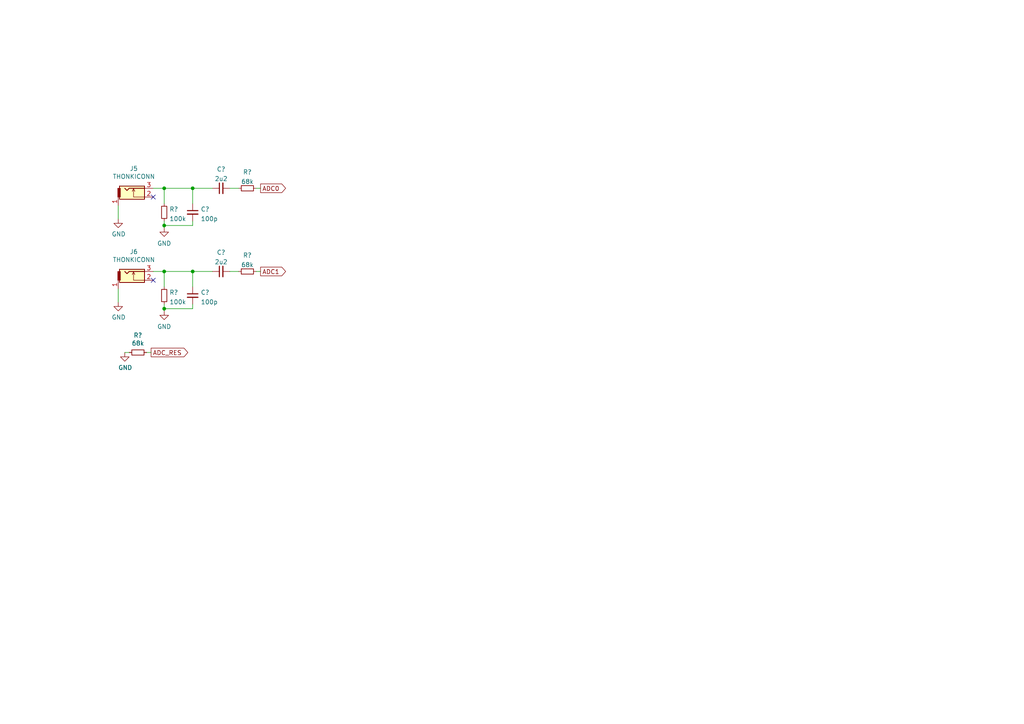
<source format=kicad_sch>
(kicad_sch (version 20230121) (generator eeschema)
  (paper "A4")
  (title_block (title "Audio inputs") (date "%%date%%") (rev "%%version%%") (company "Akiyuki Okayasu"))
  (lib_symbols
    (symbol "Akiyuki_Connector:THONKICONN" (pin_names (offset 1.016))
      (property "Reference" "J" (at -1.27 4.445 0))
      (property "Value" "THONKICONN" (at 1.27 -2.54 0))
      (symbol "THONKICONN_0_1"
        (rectangle (start -4.699 3.175) (end 2.54 -0.635) (stroke (width 0.254)) (fill (type background)))
        (rectangle (start -4.445 0) (end -5.207 2.54) (fill (type outline)))
        (polyline (pts (xy -0.635 2.413) (xy -0.254 1.651)))
        (polyline (pts (xy 2.54 0) (xy -0.635 0) (xy -0.635 2.413) (xy -1.016 1.651)))
        (polyline (pts (xy 2.54 2.54) (xy -1.905 2.54) (xy -2.54 1.905) (xy -3.175 2.54)) (stroke (width 0.254)))
      )
      (symbol "THONKICONN_1_1"
        (pin passive line (at -5.08 -2.54 90) (length 2.54) (name "~") (number "1"))
        (pin passive line (at 5.08 0 180) (length 2.54) (name "~") (number "2"))
        (pin passive line (at 5.08 2.54 180) (length 2.54) (name "~") (number "3"))
      )
    )
    (symbol "Device:C_Small" (pin_numbers hide) (pin_names (offset 0.254) hide)
      (property "Reference" "C" (at 0.254 1.778 0))
      (property "Value" "C_Small" (at 0.254 -2.032 0))
      (symbol "C_Small_0_1"
        (polyline (pts (xy -1.524 -0.508) (xy 1.524 -0.508)) (stroke (width 0.3302)))
        (polyline (pts (xy -1.524 0.508) (xy 1.524 0.508)) (stroke (width 0.3048)))
      )
      (symbol "C_Small_1_1"
        (pin passive line (at 0 2.54 270) (length 2.032) (name "~") (number "1"))
        (pin passive line (at 0 -2.54 90) (length 2.032) (name "~") (number "2"))
      )
    )
    (symbol "Device:R_Small" (pin_numbers hide) (pin_names (offset 0.254) hide)
      (property "Reference" "R" (at 0.762 0.508 0))
      (property "Value" "R_Small" (at 0.762 -1.016 0))
      (symbol "R_Small_0_1"
        (rectangle (start -0.762 1.778) (end 0.762 -1.778) (stroke (width 0.2032)))
      )
      (symbol "R_Small_1_1"
        (pin passive line (at 0 2.54 270) (length 0.762) (name "~") (number "1"))
        (pin passive line (at 0 -2.54 90) (length 0.762) (name "~") (number "2"))
      )
    )
    (symbol "power:GND" (power) (pin_names (offset 0))
      (property "Value" "GND" (at 0 -3.81 0))
      (symbol "GND_0_1"
        (polyline (pts (xy 0 0) (xy 0 -1.27) (xy 1.27 -1.27) (xy 0 -2.54) (xy -1.27 -1.27) (xy 0 -1.27)))
      )
      (symbol "GND_1_1"
        (pin power_in line (at 0 0 270) (length 0) hide (name "GND") (number "1"))
      )
    )
  )
  (junction (at 47.625 89.535))
  (junction (at 55.88 54.61))
  (junction (at 47.625 65.405))
  (junction (at 47.625 54.61))
  (junction (at 55.88 78.74))
  (junction (at 47.625 78.74))
  (no_connect (at 44.45 81.28))
  (no_connect (at 44.45 57.15))
  (wire (pts (xy 47.625 88.265) (xy 47.625 89.535)))
  (wire (pts (xy 44.45 78.74) (xy 47.625 78.74)))
  (wire (pts (xy 34.29 83.82) (xy 34.29 87.63)))
  (wire (pts (xy 44.45 54.61) (xy 47.625 54.61)))
  (wire (pts (xy 55.88 54.61) (xy 55.88 59.055)))
  (wire (pts (xy 55.88 65.405) (xy 55.88 64.135)))
  (wire (pts (xy 55.88 89.535) (xy 55.88 88.265)))
  (wire (pts (xy 55.88 54.61) (xy 61.595 54.61)))
  (wire (pts (xy 42.545 102.235) (xy 43.815 102.235)))
  (wire (pts (xy 47.625 78.74) (xy 55.88 78.74)))
  (wire (pts (xy 47.625 65.405) (xy 47.625 66.04)))
  (wire (pts (xy 47.625 89.535) (xy 47.625 90.17)))
  (wire (pts (xy 47.625 64.135) (xy 47.625 65.405)))
  (wire (pts (xy 55.88 78.74) (xy 61.595 78.74)))
  (wire (pts (xy 47.625 78.74) (xy 47.625 83.185)))
  (wire (pts (xy 66.675 78.74) (xy 69.215 78.74)))
  (wire (pts (xy 74.295 78.74) (xy 75.565 78.74)))
  (wire (pts (xy 47.625 54.61) (xy 47.625 59.055)))
  (wire (pts (xy 74.295 54.61) (xy 75.565 54.61)))
  (wire (pts (xy 47.625 54.61) (xy 55.88 54.61)))
  (wire (pts (xy 37.465 102.235) (xy 36.195 102.235)))
  (wire (pts (xy 47.625 89.535) (xy 55.88 89.535)))
  (wire (pts (xy 66.675 54.61) (xy 69.215 54.61)))
  (wire (pts (xy 55.88 78.74) (xy 55.88 83.185)))
  (wire (pts (xy 34.29 59.69) (xy 34.29 63.5)))
  (wire (pts (xy 47.625 65.405) (xy 55.88 65.405)))
  (global_label "ADC0" (shape output) (at 75.565 54.61 0) (property "Intersheetrefs" "${INTERSHEET_REFS}" (effects hide)) (property "シート間のリファレンス" "${INTERSHEET_REFS}" (effects hide)))
  (global_label "ADC_RES" (shape output) (at 43.815 102.235 0) (property "Intersheetrefs" "${INTERSHEET_REFS}" (effects hide)) (property "シート間のリファレンス" "${INTERSHEET_REFS}" (effects hide)))
  (global_label "ADC1" (shape output) (at 75.565 78.74 0) (property "Intersheetrefs" "${INTERSHEET_REFS}" (effects hide)) (property "シート間のリファレンス" "${INTERSHEET_REFS}" (effects hide)))
  (symbol (lib_id "Akiyuki_Connector:THONKICONN") (at 39.37 57.15 0) (unit 1)
    (property "Reference" "J5" (at 38.8112 48.895 0))
    (property "Value" "THONKICONN" (at 38.8112 51.2064 0))
    (property "Footprint" "Akiyuki_Footprint:THONKICONN" (effects hide))
  )
  (symbol (lib_id "power:GND") (at 34.29 63.5 0) (unit 1)
    (property "Reference" "#PWR026" (effects hide))
    (property "Value" "GND" (at 34.417 67.8942 0))
  )
  (symbol (lib_id "Akiyuki_Connector:THONKICONN") (at 39.37 81.28 0) (unit 1)
    (property "Reference" "J6" (at 38.8112 73.025 0))
    (property "Value" "THONKICONN" (at 38.8112 75.3364 0))
    (property "Footprint" "Akiyuki_Footprint:THONKICONN" (effects hide))
  )
  (symbol (lib_id "power:GND") (at 34.29 87.63 0) (unit 1)
    (property "Reference" "#PWR027" (effects hide))
    (property "Value" "GND" (at 34.417 92.0242 0))
  )
  (symbol (lib_id "Device:C_Small") (at 64.135 54.61 90) (unit 1)
    (property "Reference" "C?" (at 64.1413 49.0814 90))
    (property "Value" "2u2" (at 64.1413 51.8565 90))
  )
  (symbol (lib_id "Device:R_Small") (at 71.755 54.61 90) (unit 1)
    (property "Reference" "R?" (at 71.755 49.9069 90))
    (property "Value" "68k" (at 71.755 52.682 90))
  )
  (symbol (lib_id "Device:C_Small") (at 64.135 78.74 90) (unit 1)
    (property "Reference" "C?" (at 64.1413 73.2114 90))
    (property "Value" "2u2" (at 64.1413 75.9865 90))
  )
  (symbol (lib_id "power:GND") (at 47.625 90.17 0) (unit 1)
    (property "Reference" "#PWR?" (effects hide))
    (property "Value" "GND" (at 47.625 94.7325 0))
  )
  (symbol (lib_id "power:GND") (at 36.195 102.235 0) (unit 1)
    (property "Reference" "#PWR?" (effects hide))
    (property "Value" "GND" (at 36.322 106.6292 0))
  )
  (symbol (lib_id "Device:R_Small") (at 47.625 85.725 0) (unit 1)
    (property "Reference" "R?" (at 49.1236 84.8165 0) (effects (justify left)))
    (property "Value" "100k" (at 49.1236 87.5916 0) (effects (justify left)))
  )
  (symbol (lib_id "Device:R_Small") (at 40.005 102.235 270) (unit 1)
    (property "Reference" "R?" (at 40.005 97.2566 90))
    (property "Value" "68k" (at 40.005 99.568 90))
    (property "Footprint" "Resistor_SMD:R_0603_1608Metric_Pad0.98x0.95mm_HandSolder" (effects hide))
  )
  (symbol (lib_id "Device:C_Small") (at 55.88 85.725 0) (unit 1)
    (property "Reference" "C?" (at 58.2041 84.8228 0) (effects (justify left)))
    (property "Value" "100p" (at 58.2041 87.5979 0) (effects (justify left)))
  )
  (symbol (lib_id "power:GND") (at 47.625 66.04 0) (unit 1)
    (property "Reference" "#PWR?" (effects hide))
    (property "Value" "GND" (at 47.625 70.6025 0))
  )
  (symbol (lib_id "Device:R_Small") (at 47.625 61.595 0) (unit 1)
    (property "Reference" "R?" (at 49.1236 60.6865 0) (effects (justify left)))
    (property "Value" "100k" (at 49.1236 63.4616 0) (effects (justify left)))
  )
  (symbol (lib_id "Device:C_Small") (at 55.88 61.595 0) (unit 1)
    (property "Reference" "C?" (at 58.2041 60.6928 0) (effects (justify left)))
    (property "Value" "100p" (at 58.2041 63.4679 0) (effects (justify left)))
  )
  (symbol (lib_id "Device:R_Small") (at 71.755 78.74 90) (unit 1)
    (property "Reference" "R?" (at 71.755 74.0369 90))
    (property "Value" "68k" (at 71.755 76.812 90))
  )
)
</source>
